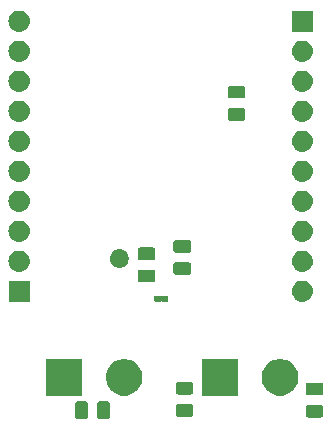
<source format=gbr>
G04 #@! TF.GenerationSoftware,KiCad,Pcbnew,5.1.1-8be2ce7~80~ubuntu18.10.1*
G04 #@! TF.CreationDate,2019-05-27T00:45:37+08:00*
G04 #@! TF.ProjectId,tas2562_dev_pcb,74617332-3536-4325-9f64-65765f706362,rev?*
G04 #@! TF.SameCoordinates,Original*
G04 #@! TF.FileFunction,Soldermask,Bot*
G04 #@! TF.FilePolarity,Negative*
%FSLAX46Y46*%
G04 Gerber Fmt 4.6, Leading zero omitted, Abs format (unit mm)*
G04 Created by KiCad (PCBNEW 5.1.1-8be2ce7~80~ubuntu18.10.1) date 2019-05-27 00:45:37*
%MOMM*%
%LPD*%
G04 APERTURE LIST*
%ADD10C,0.100000*%
G04 APERTURE END LIST*
D10*
G36*
X156499432Y-112453688D02*
G01*
X156540469Y-112466136D01*
X156578288Y-112486351D01*
X156611441Y-112513559D01*
X156638649Y-112546712D01*
X156658864Y-112584531D01*
X156671312Y-112625568D01*
X156676000Y-112673167D01*
X156676000Y-113726833D01*
X156671312Y-113774432D01*
X156658864Y-113815469D01*
X156638649Y-113853288D01*
X156611441Y-113886441D01*
X156578288Y-113913649D01*
X156540469Y-113933864D01*
X156499432Y-113946312D01*
X156451833Y-113951000D01*
X155823167Y-113951000D01*
X155775568Y-113946312D01*
X155734531Y-113933864D01*
X155696712Y-113913649D01*
X155663559Y-113886441D01*
X155636351Y-113853288D01*
X155616136Y-113815469D01*
X155603688Y-113774432D01*
X155599000Y-113726833D01*
X155599000Y-112673167D01*
X155603688Y-112625568D01*
X155616136Y-112584531D01*
X155636351Y-112546712D01*
X155663559Y-112513559D01*
X155696712Y-112486351D01*
X155734531Y-112466136D01*
X155775568Y-112453688D01*
X155823167Y-112449000D01*
X156451833Y-112449000D01*
X156499432Y-112453688D01*
X156499432Y-112453688D01*
G37*
G36*
X154624432Y-112453688D02*
G01*
X154665469Y-112466136D01*
X154703288Y-112486351D01*
X154736441Y-112513559D01*
X154763649Y-112546712D01*
X154783864Y-112584531D01*
X154796312Y-112625568D01*
X154801000Y-112673167D01*
X154801000Y-113726833D01*
X154796312Y-113774432D01*
X154783864Y-113815469D01*
X154763649Y-113853288D01*
X154736441Y-113886441D01*
X154703288Y-113913649D01*
X154665469Y-113933864D01*
X154624432Y-113946312D01*
X154576833Y-113951000D01*
X153948167Y-113951000D01*
X153900568Y-113946312D01*
X153859531Y-113933864D01*
X153821712Y-113913649D01*
X153788559Y-113886441D01*
X153761351Y-113853288D01*
X153741136Y-113815469D01*
X153728688Y-113774432D01*
X153724000Y-113726833D01*
X153724000Y-112673167D01*
X153728688Y-112625568D01*
X153741136Y-112584531D01*
X153761351Y-112546712D01*
X153788559Y-112513559D01*
X153821712Y-112486351D01*
X153859531Y-112466136D01*
X153900568Y-112453688D01*
X153948167Y-112449000D01*
X154576833Y-112449000D01*
X154624432Y-112453688D01*
X154624432Y-112453688D01*
G37*
G36*
X174574432Y-112741188D02*
G01*
X174615469Y-112753636D01*
X174653288Y-112773851D01*
X174686441Y-112801059D01*
X174713649Y-112834212D01*
X174733864Y-112872031D01*
X174746312Y-112913068D01*
X174751000Y-112960667D01*
X174751000Y-113589333D01*
X174746312Y-113636932D01*
X174733864Y-113677969D01*
X174713649Y-113715788D01*
X174686441Y-113748941D01*
X174653288Y-113776149D01*
X174615469Y-113796364D01*
X174574432Y-113808812D01*
X174526833Y-113813500D01*
X173473167Y-113813500D01*
X173425568Y-113808812D01*
X173384531Y-113796364D01*
X173346712Y-113776149D01*
X173313559Y-113748941D01*
X173286351Y-113715788D01*
X173266136Y-113677969D01*
X173253688Y-113636932D01*
X173249000Y-113589333D01*
X173249000Y-112960667D01*
X173253688Y-112913068D01*
X173266136Y-112872031D01*
X173286351Y-112834212D01*
X173313559Y-112801059D01*
X173346712Y-112773851D01*
X173384531Y-112753636D01*
X173425568Y-112741188D01*
X173473167Y-112736500D01*
X174526833Y-112736500D01*
X174574432Y-112741188D01*
X174574432Y-112741188D01*
G37*
G36*
X163574432Y-112666188D02*
G01*
X163615469Y-112678636D01*
X163653288Y-112698851D01*
X163686441Y-112726059D01*
X163713649Y-112759212D01*
X163733864Y-112797031D01*
X163746312Y-112838068D01*
X163751000Y-112885667D01*
X163751000Y-113514333D01*
X163746312Y-113561932D01*
X163733864Y-113602969D01*
X163713649Y-113640788D01*
X163686441Y-113673941D01*
X163653288Y-113701149D01*
X163615469Y-113721364D01*
X163574432Y-113733812D01*
X163526833Y-113738500D01*
X162473167Y-113738500D01*
X162425568Y-113733812D01*
X162384531Y-113721364D01*
X162346712Y-113701149D01*
X162313559Y-113673941D01*
X162286351Y-113640788D01*
X162266136Y-113602969D01*
X162253688Y-113561932D01*
X162249000Y-113514333D01*
X162249000Y-112885667D01*
X162253688Y-112838068D01*
X162266136Y-112797031D01*
X162286351Y-112759212D01*
X162313559Y-112726059D01*
X162346712Y-112698851D01*
X162384531Y-112678636D01*
X162425568Y-112666188D01*
X162473167Y-112661500D01*
X163526833Y-112661500D01*
X163574432Y-112666188D01*
X163574432Y-112666188D01*
G37*
G36*
X154351000Y-111951000D02*
G01*
X151249000Y-111951000D01*
X151249000Y-108849000D01*
X154351000Y-108849000D01*
X154351000Y-111951000D01*
X154351000Y-111951000D01*
G37*
G36*
X158332410Y-108908604D02*
G01*
X158332412Y-108908605D01*
X158332413Y-108908605D01*
X158436678Y-108951793D01*
X158614674Y-109025521D01*
X158868705Y-109195259D01*
X159084741Y-109411295D01*
X159254479Y-109665326D01*
X159371396Y-109947590D01*
X159431000Y-110247240D01*
X159431000Y-110552760D01*
X159371396Y-110852410D01*
X159254479Y-111134674D01*
X159084741Y-111388705D01*
X158868705Y-111604741D01*
X158614674Y-111774479D01*
X158489931Y-111826149D01*
X158332413Y-111891395D01*
X158332412Y-111891395D01*
X158332410Y-111891396D01*
X158032760Y-111951000D01*
X157727240Y-111951000D01*
X157427590Y-111891396D01*
X157427588Y-111891395D01*
X157427587Y-111891395D01*
X157270069Y-111826149D01*
X157145326Y-111774479D01*
X156891295Y-111604741D01*
X156675259Y-111388705D01*
X156505521Y-111134674D01*
X156388604Y-110852410D01*
X156329000Y-110552760D01*
X156329000Y-110247240D01*
X156388604Y-109947590D01*
X156505521Y-109665326D01*
X156675259Y-109411295D01*
X156891295Y-109195259D01*
X157145326Y-109025521D01*
X157323322Y-108951793D01*
X157427587Y-108908605D01*
X157427588Y-108908605D01*
X157427590Y-108908604D01*
X157727240Y-108849000D01*
X158032760Y-108849000D01*
X158332410Y-108908604D01*
X158332410Y-108908604D01*
G37*
G36*
X167551000Y-111951000D02*
G01*
X164449000Y-111951000D01*
X164449000Y-108849000D01*
X167551000Y-108849000D01*
X167551000Y-111951000D01*
X167551000Y-111951000D01*
G37*
G36*
X171532410Y-108908604D02*
G01*
X171532412Y-108908605D01*
X171532413Y-108908605D01*
X171636678Y-108951793D01*
X171814674Y-109025521D01*
X172068705Y-109195259D01*
X172284741Y-109411295D01*
X172454479Y-109665326D01*
X172571396Y-109947590D01*
X172631000Y-110247240D01*
X172631000Y-110552760D01*
X172571396Y-110852410D01*
X172454479Y-111134674D01*
X172284741Y-111388705D01*
X172068705Y-111604741D01*
X171814674Y-111774479D01*
X171689931Y-111826149D01*
X171532413Y-111891395D01*
X171532412Y-111891395D01*
X171532410Y-111891396D01*
X171232760Y-111951000D01*
X170927240Y-111951000D01*
X170627590Y-111891396D01*
X170627588Y-111891395D01*
X170627587Y-111891395D01*
X170470069Y-111826149D01*
X170345326Y-111774479D01*
X170091295Y-111604741D01*
X169875259Y-111388705D01*
X169705521Y-111134674D01*
X169588604Y-110852410D01*
X169529000Y-110552760D01*
X169529000Y-110247240D01*
X169588604Y-109947590D01*
X169705521Y-109665326D01*
X169875259Y-109411295D01*
X170091295Y-109195259D01*
X170345326Y-109025521D01*
X170523322Y-108951793D01*
X170627587Y-108908605D01*
X170627588Y-108908605D01*
X170627590Y-108908604D01*
X170927240Y-108849000D01*
X171232760Y-108849000D01*
X171532410Y-108908604D01*
X171532410Y-108908604D01*
G37*
G36*
X174574432Y-110866188D02*
G01*
X174615469Y-110878636D01*
X174653288Y-110898851D01*
X174686441Y-110926059D01*
X174713649Y-110959212D01*
X174733864Y-110997031D01*
X174746312Y-111038068D01*
X174751000Y-111085667D01*
X174751000Y-111714333D01*
X174746312Y-111761932D01*
X174733864Y-111802969D01*
X174713649Y-111840788D01*
X174686441Y-111873941D01*
X174653288Y-111901149D01*
X174615469Y-111921364D01*
X174574432Y-111933812D01*
X174526833Y-111938500D01*
X173473167Y-111938500D01*
X173425568Y-111933812D01*
X173384531Y-111921364D01*
X173346712Y-111901149D01*
X173313559Y-111873941D01*
X173286351Y-111840788D01*
X173266136Y-111802969D01*
X173253688Y-111761932D01*
X173249000Y-111714333D01*
X173249000Y-111085667D01*
X173253688Y-111038068D01*
X173266136Y-110997031D01*
X173286351Y-110959212D01*
X173313559Y-110926059D01*
X173346712Y-110898851D01*
X173384531Y-110878636D01*
X173425568Y-110866188D01*
X173473167Y-110861500D01*
X174526833Y-110861500D01*
X174574432Y-110866188D01*
X174574432Y-110866188D01*
G37*
G36*
X163574432Y-110791188D02*
G01*
X163615469Y-110803636D01*
X163653288Y-110823851D01*
X163686441Y-110851059D01*
X163713649Y-110884212D01*
X163733864Y-110922031D01*
X163746312Y-110963068D01*
X163751000Y-111010667D01*
X163751000Y-111639333D01*
X163746312Y-111686932D01*
X163733864Y-111727969D01*
X163713649Y-111765788D01*
X163686441Y-111798941D01*
X163653288Y-111826149D01*
X163615469Y-111846364D01*
X163574432Y-111858812D01*
X163526833Y-111863500D01*
X162473167Y-111863500D01*
X162425568Y-111858812D01*
X162384531Y-111846364D01*
X162346712Y-111826149D01*
X162313559Y-111798941D01*
X162286351Y-111765788D01*
X162266136Y-111727969D01*
X162253688Y-111686932D01*
X162249000Y-111639333D01*
X162249000Y-111010667D01*
X162253688Y-110963068D01*
X162266136Y-110922031D01*
X162286351Y-110884212D01*
X162313559Y-110851059D01*
X162346712Y-110823851D01*
X162384531Y-110803636D01*
X162425568Y-110791188D01*
X162473167Y-110786500D01*
X163526833Y-110786500D01*
X163574432Y-110791188D01*
X163574432Y-110791188D01*
G37*
G36*
X149897400Y-104025000D02*
G01*
X148095400Y-104025000D01*
X148095400Y-102223000D01*
X149897400Y-102223000D01*
X149897400Y-104025000D01*
X149897400Y-104025000D01*
G37*
G36*
X173117535Y-102232778D02*
G01*
X173150627Y-102236037D01*
X173263853Y-102270384D01*
X173320467Y-102287557D01*
X173476990Y-102371220D01*
X173614186Y-102483814D01*
X173726780Y-102621010D01*
X173810443Y-102777533D01*
X173810443Y-102777534D01*
X173861963Y-102947373D01*
X173861963Y-102947375D01*
X173879360Y-103124000D01*
X173864826Y-103271559D01*
X173861963Y-103300627D01*
X173827616Y-103413853D01*
X173810443Y-103470467D01*
X173726780Y-103626990D01*
X173614186Y-103764186D01*
X173476990Y-103876780D01*
X173320467Y-103960443D01*
X173268598Y-103976177D01*
X173150627Y-104011963D01*
X173117535Y-104015222D01*
X173018264Y-104025000D01*
X172929736Y-104025000D01*
X172830465Y-104015222D01*
X172797373Y-104011963D01*
X172679402Y-103976177D01*
X172627533Y-103960443D01*
X172471010Y-103876780D01*
X172333814Y-103764186D01*
X172221220Y-103626990D01*
X172137557Y-103470467D01*
X172120384Y-103413853D01*
X172086037Y-103300627D01*
X172083174Y-103271559D01*
X172068640Y-103124000D01*
X172086037Y-102947375D01*
X172086037Y-102947373D01*
X172137557Y-102777534D01*
X172137557Y-102777533D01*
X172221220Y-102621010D01*
X172333814Y-102483814D01*
X172471010Y-102371220D01*
X172627533Y-102287557D01*
X172684147Y-102270384D01*
X172797373Y-102236037D01*
X172830465Y-102232778D01*
X172929736Y-102223000D01*
X173018264Y-102223000D01*
X173117535Y-102232778D01*
X173117535Y-102232778D01*
G37*
G36*
X160936138Y-103509926D02*
G01*
X160950206Y-103514193D01*
X160963180Y-103521128D01*
X160972564Y-103528829D01*
X160988864Y-103539720D01*
X161006975Y-103547221D01*
X161026202Y-103551045D01*
X161045805Y-103551044D01*
X161065031Y-103547219D01*
X161083142Y-103539717D01*
X161099436Y-103528829D01*
X161108820Y-103521128D01*
X161121794Y-103514193D01*
X161135862Y-103509926D01*
X161155417Y-103508000D01*
X161556583Y-103508000D01*
X161576138Y-103509926D01*
X161590206Y-103514193D01*
X161603177Y-103521127D01*
X161614545Y-103530455D01*
X161623873Y-103541823D01*
X161630807Y-103554794D01*
X161635074Y-103568862D01*
X161637000Y-103588417D01*
X161637000Y-103929583D01*
X161635074Y-103949138D01*
X161630807Y-103963206D01*
X161623873Y-103976177D01*
X161614545Y-103987545D01*
X161603177Y-103996873D01*
X161590206Y-104003807D01*
X161576138Y-104008074D01*
X161556583Y-104010000D01*
X161155417Y-104010000D01*
X161135862Y-104008074D01*
X161121794Y-104003807D01*
X161108820Y-103996872D01*
X161099436Y-103989171D01*
X161083136Y-103978280D01*
X161065025Y-103970779D01*
X161045798Y-103966955D01*
X161026195Y-103966956D01*
X161006969Y-103970781D01*
X160988858Y-103978283D01*
X160972564Y-103989171D01*
X160963180Y-103996872D01*
X160950206Y-104003807D01*
X160936138Y-104008074D01*
X160916583Y-104010000D01*
X160515417Y-104010000D01*
X160495862Y-104008074D01*
X160481794Y-104003807D01*
X160468823Y-103996873D01*
X160457455Y-103987545D01*
X160448127Y-103976177D01*
X160441193Y-103963206D01*
X160436926Y-103949138D01*
X160435000Y-103929583D01*
X160435000Y-103588417D01*
X160436926Y-103568862D01*
X160441193Y-103554794D01*
X160448127Y-103541823D01*
X160457455Y-103530455D01*
X160468823Y-103521127D01*
X160481794Y-103514193D01*
X160495862Y-103509926D01*
X160515417Y-103508000D01*
X160916583Y-103508000D01*
X160936138Y-103509926D01*
X160936138Y-103509926D01*
G37*
G36*
X160340432Y-101290188D02*
G01*
X160381469Y-101302636D01*
X160419288Y-101322851D01*
X160452441Y-101350059D01*
X160479649Y-101383212D01*
X160499864Y-101421031D01*
X160512312Y-101462068D01*
X160517000Y-101509667D01*
X160517000Y-102138333D01*
X160512312Y-102185932D01*
X160499864Y-102226969D01*
X160479649Y-102264788D01*
X160452441Y-102297941D01*
X160419288Y-102325149D01*
X160381469Y-102345364D01*
X160340432Y-102357812D01*
X160292833Y-102362500D01*
X159239167Y-102362500D01*
X159191568Y-102357812D01*
X159150531Y-102345364D01*
X159112712Y-102325149D01*
X159079559Y-102297941D01*
X159052351Y-102264788D01*
X159032136Y-102226969D01*
X159019688Y-102185932D01*
X159015000Y-102138333D01*
X159015000Y-101509667D01*
X159019688Y-101462068D01*
X159032136Y-101421031D01*
X159052351Y-101383212D01*
X159079559Y-101350059D01*
X159112712Y-101322851D01*
X159150531Y-101302636D01*
X159191568Y-101290188D01*
X159239167Y-101285500D01*
X160292833Y-101285500D01*
X160340432Y-101290188D01*
X160340432Y-101290188D01*
G37*
G36*
X163374432Y-100666188D02*
G01*
X163415469Y-100678636D01*
X163453288Y-100698851D01*
X163486441Y-100726059D01*
X163513649Y-100759212D01*
X163533864Y-100797031D01*
X163546312Y-100838068D01*
X163551000Y-100885667D01*
X163551000Y-101514333D01*
X163546312Y-101561932D01*
X163533864Y-101602969D01*
X163513649Y-101640788D01*
X163486441Y-101673941D01*
X163453288Y-101701149D01*
X163415469Y-101721364D01*
X163374432Y-101733812D01*
X163326833Y-101738500D01*
X162273167Y-101738500D01*
X162225568Y-101733812D01*
X162184531Y-101721364D01*
X162146712Y-101701149D01*
X162113559Y-101673941D01*
X162086351Y-101640788D01*
X162066136Y-101602969D01*
X162053688Y-101561932D01*
X162049000Y-101514333D01*
X162049000Y-100885667D01*
X162053688Y-100838068D01*
X162066136Y-100797031D01*
X162086351Y-100759212D01*
X162113559Y-100726059D01*
X162146712Y-100698851D01*
X162184531Y-100678636D01*
X162225568Y-100666188D01*
X162273167Y-100661500D01*
X163326833Y-100661500D01*
X163374432Y-100666188D01*
X163374432Y-100666188D01*
G37*
G36*
X173117535Y-99692778D02*
G01*
X173150627Y-99696037D01*
X173255893Y-99727969D01*
X173320467Y-99747557D01*
X173476990Y-99831220D01*
X173614186Y-99943814D01*
X173726780Y-100081010D01*
X173810443Y-100237533D01*
X173827616Y-100294147D01*
X173861963Y-100407373D01*
X173863496Y-100422941D01*
X173879360Y-100584000D01*
X173867257Y-100706877D01*
X173861963Y-100760627D01*
X173837701Y-100840607D01*
X173810443Y-100930467D01*
X173726780Y-101086990D01*
X173614186Y-101224186D01*
X173476990Y-101336780D01*
X173320467Y-101420443D01*
X173263853Y-101437616D01*
X173150627Y-101471963D01*
X173117535Y-101475222D01*
X173018264Y-101485000D01*
X172929736Y-101485000D01*
X172830465Y-101475222D01*
X172797373Y-101471963D01*
X172684147Y-101437616D01*
X172627533Y-101420443D01*
X172471010Y-101336780D01*
X172333814Y-101224186D01*
X172221220Y-101086990D01*
X172137557Y-100930467D01*
X172110299Y-100840607D01*
X172086037Y-100760627D01*
X172080743Y-100706877D01*
X172068640Y-100584000D01*
X172084504Y-100422941D01*
X172086037Y-100407373D01*
X172120384Y-100294147D01*
X172137557Y-100237533D01*
X172221220Y-100081010D01*
X172333814Y-99943814D01*
X172471010Y-99831220D01*
X172627533Y-99747557D01*
X172692107Y-99727969D01*
X172797373Y-99696037D01*
X172830465Y-99692778D01*
X172929736Y-99683000D01*
X173018264Y-99683000D01*
X173117535Y-99692778D01*
X173117535Y-99692778D01*
G37*
G36*
X149139935Y-99692778D02*
G01*
X149173027Y-99696037D01*
X149278293Y-99727969D01*
X149342867Y-99747557D01*
X149499390Y-99831220D01*
X149636586Y-99943814D01*
X149749180Y-100081010D01*
X149832843Y-100237533D01*
X149850016Y-100294147D01*
X149884363Y-100407373D01*
X149885896Y-100422941D01*
X149901760Y-100584000D01*
X149889657Y-100706877D01*
X149884363Y-100760627D01*
X149860101Y-100840607D01*
X149832843Y-100930467D01*
X149749180Y-101086990D01*
X149636586Y-101224186D01*
X149499390Y-101336780D01*
X149342867Y-101420443D01*
X149286253Y-101437616D01*
X149173027Y-101471963D01*
X149139935Y-101475222D01*
X149040664Y-101485000D01*
X148952136Y-101485000D01*
X148852865Y-101475222D01*
X148819773Y-101471963D01*
X148706547Y-101437616D01*
X148649933Y-101420443D01*
X148493410Y-101336780D01*
X148356214Y-101224186D01*
X148243620Y-101086990D01*
X148159957Y-100930467D01*
X148132699Y-100840607D01*
X148108437Y-100760627D01*
X148103143Y-100706877D01*
X148091040Y-100584000D01*
X148106904Y-100422941D01*
X148108437Y-100407373D01*
X148142784Y-100294147D01*
X148159957Y-100237533D01*
X148243620Y-100081010D01*
X148356214Y-99943814D01*
X148493410Y-99831220D01*
X148649933Y-99747557D01*
X148714507Y-99727969D01*
X148819773Y-99696037D01*
X148852865Y-99692778D01*
X148952136Y-99683000D01*
X149040664Y-99683000D01*
X149139935Y-99692778D01*
X149139935Y-99692778D01*
G37*
G36*
X157610476Y-99539261D02*
G01*
X157713645Y-99559782D01*
X157796856Y-99594250D01*
X157859416Y-99620163D01*
X157881123Y-99634667D01*
X157990607Y-99707821D01*
X158102179Y-99819393D01*
X158131650Y-99863500D01*
X158189837Y-99950584D01*
X158214847Y-100010964D01*
X158250218Y-100096355D01*
X158281000Y-100251109D01*
X158281000Y-100408891D01*
X158250218Y-100563645D01*
X158214847Y-100649036D01*
X158189837Y-100709416D01*
X158102178Y-100840608D01*
X157990608Y-100952178D01*
X157859416Y-101039837D01*
X157799036Y-101064847D01*
X157713645Y-101100218D01*
X157610476Y-101120739D01*
X157558892Y-101131000D01*
X157401108Y-101131000D01*
X157349524Y-101120739D01*
X157246355Y-101100218D01*
X157160964Y-101064847D01*
X157100584Y-101039837D01*
X156969392Y-100952178D01*
X156857822Y-100840608D01*
X156770163Y-100709416D01*
X156745153Y-100649036D01*
X156709782Y-100563645D01*
X156679000Y-100408891D01*
X156679000Y-100251109D01*
X156709782Y-100096355D01*
X156745153Y-100010964D01*
X156770163Y-99950584D01*
X156828350Y-99863500D01*
X156857821Y-99819393D01*
X156969393Y-99707821D01*
X157078877Y-99634667D01*
X157100584Y-99620163D01*
X157163144Y-99594250D01*
X157246355Y-99559782D01*
X157349524Y-99539261D01*
X157401108Y-99529000D01*
X157558892Y-99529000D01*
X157610476Y-99539261D01*
X157610476Y-99539261D01*
G37*
G36*
X160340432Y-99415188D02*
G01*
X160381469Y-99427636D01*
X160419288Y-99447851D01*
X160452441Y-99475059D01*
X160479649Y-99508212D01*
X160499864Y-99546031D01*
X160512312Y-99587068D01*
X160517000Y-99634667D01*
X160517000Y-100263333D01*
X160512312Y-100310932D01*
X160499864Y-100351969D01*
X160479649Y-100389788D01*
X160452441Y-100422941D01*
X160419288Y-100450149D01*
X160381469Y-100470364D01*
X160340432Y-100482812D01*
X160292833Y-100487500D01*
X159239167Y-100487500D01*
X159191568Y-100482812D01*
X159150531Y-100470364D01*
X159112712Y-100450149D01*
X159079559Y-100422941D01*
X159052351Y-100389788D01*
X159032136Y-100351969D01*
X159019688Y-100310932D01*
X159015000Y-100263333D01*
X159015000Y-99634667D01*
X159019688Y-99587068D01*
X159032136Y-99546031D01*
X159052351Y-99508212D01*
X159079559Y-99475059D01*
X159112712Y-99447851D01*
X159150531Y-99427636D01*
X159191568Y-99415188D01*
X159239167Y-99410500D01*
X160292833Y-99410500D01*
X160340432Y-99415188D01*
X160340432Y-99415188D01*
G37*
G36*
X163374432Y-98791188D02*
G01*
X163415469Y-98803636D01*
X163453288Y-98823851D01*
X163486441Y-98851059D01*
X163513649Y-98884212D01*
X163533864Y-98922031D01*
X163546312Y-98963068D01*
X163551000Y-99010667D01*
X163551000Y-99639333D01*
X163546312Y-99686932D01*
X163533864Y-99727969D01*
X163513649Y-99765788D01*
X163486441Y-99798941D01*
X163453288Y-99826149D01*
X163415469Y-99846364D01*
X163374432Y-99858812D01*
X163326833Y-99863500D01*
X162273167Y-99863500D01*
X162225568Y-99858812D01*
X162184531Y-99846364D01*
X162146712Y-99826149D01*
X162113559Y-99798941D01*
X162086351Y-99765788D01*
X162066136Y-99727969D01*
X162053688Y-99686932D01*
X162049000Y-99639333D01*
X162049000Y-99010667D01*
X162053688Y-98963068D01*
X162066136Y-98922031D01*
X162086351Y-98884212D01*
X162113559Y-98851059D01*
X162146712Y-98823851D01*
X162184531Y-98803636D01*
X162225568Y-98791188D01*
X162273167Y-98786500D01*
X163326833Y-98786500D01*
X163374432Y-98791188D01*
X163374432Y-98791188D01*
G37*
G36*
X173117535Y-97152778D02*
G01*
X173150627Y-97156037D01*
X173263853Y-97190384D01*
X173320467Y-97207557D01*
X173476990Y-97291220D01*
X173614186Y-97403814D01*
X173726780Y-97541010D01*
X173810443Y-97697533D01*
X173810443Y-97697534D01*
X173861963Y-97867373D01*
X173861963Y-97867375D01*
X173879360Y-98044000D01*
X173864826Y-98191559D01*
X173861963Y-98220627D01*
X173827616Y-98333853D01*
X173810443Y-98390467D01*
X173726780Y-98546990D01*
X173614186Y-98684186D01*
X173476990Y-98796780D01*
X173320467Y-98880443D01*
X173263853Y-98897616D01*
X173150627Y-98931963D01*
X173117535Y-98935222D01*
X173018264Y-98945000D01*
X172929736Y-98945000D01*
X172830465Y-98935222D01*
X172797373Y-98931963D01*
X172684147Y-98897616D01*
X172627533Y-98880443D01*
X172471010Y-98796780D01*
X172333814Y-98684186D01*
X172221220Y-98546990D01*
X172137557Y-98390467D01*
X172120384Y-98333853D01*
X172086037Y-98220627D01*
X172083174Y-98191559D01*
X172068640Y-98044000D01*
X172086037Y-97867375D01*
X172086037Y-97867373D01*
X172137557Y-97697534D01*
X172137557Y-97697533D01*
X172221220Y-97541010D01*
X172333814Y-97403814D01*
X172471010Y-97291220D01*
X172627533Y-97207557D01*
X172684147Y-97190384D01*
X172797373Y-97156037D01*
X172830465Y-97152778D01*
X172929736Y-97143000D01*
X173018264Y-97143000D01*
X173117535Y-97152778D01*
X173117535Y-97152778D01*
G37*
G36*
X149139935Y-97152778D02*
G01*
X149173027Y-97156037D01*
X149286253Y-97190384D01*
X149342867Y-97207557D01*
X149499390Y-97291220D01*
X149636586Y-97403814D01*
X149749180Y-97541010D01*
X149832843Y-97697533D01*
X149832843Y-97697534D01*
X149884363Y-97867373D01*
X149884363Y-97867375D01*
X149901760Y-98044000D01*
X149887226Y-98191559D01*
X149884363Y-98220627D01*
X149850016Y-98333853D01*
X149832843Y-98390467D01*
X149749180Y-98546990D01*
X149636586Y-98684186D01*
X149499390Y-98796780D01*
X149342867Y-98880443D01*
X149286253Y-98897616D01*
X149173027Y-98931963D01*
X149139935Y-98935222D01*
X149040664Y-98945000D01*
X148952136Y-98945000D01*
X148852865Y-98935222D01*
X148819773Y-98931963D01*
X148706547Y-98897616D01*
X148649933Y-98880443D01*
X148493410Y-98796780D01*
X148356214Y-98684186D01*
X148243620Y-98546990D01*
X148159957Y-98390467D01*
X148142784Y-98333853D01*
X148108437Y-98220627D01*
X148105574Y-98191559D01*
X148091040Y-98044000D01*
X148108437Y-97867375D01*
X148108437Y-97867373D01*
X148159957Y-97697534D01*
X148159957Y-97697533D01*
X148243620Y-97541010D01*
X148356214Y-97403814D01*
X148493410Y-97291220D01*
X148649933Y-97207557D01*
X148706547Y-97190384D01*
X148819773Y-97156037D01*
X148852865Y-97152778D01*
X148952136Y-97143000D01*
X149040664Y-97143000D01*
X149139935Y-97152778D01*
X149139935Y-97152778D01*
G37*
G36*
X149139935Y-94612778D02*
G01*
X149173027Y-94616037D01*
X149286253Y-94650384D01*
X149342867Y-94667557D01*
X149499390Y-94751220D01*
X149636586Y-94863814D01*
X149749180Y-95001010D01*
X149832843Y-95157533D01*
X149832843Y-95157534D01*
X149884363Y-95327373D01*
X149884363Y-95327375D01*
X149901760Y-95504000D01*
X149887226Y-95651559D01*
X149884363Y-95680627D01*
X149850016Y-95793853D01*
X149832843Y-95850467D01*
X149749180Y-96006990D01*
X149636586Y-96144186D01*
X149499390Y-96256780D01*
X149342867Y-96340443D01*
X149286253Y-96357616D01*
X149173027Y-96391963D01*
X149139935Y-96395222D01*
X149040664Y-96405000D01*
X148952136Y-96405000D01*
X148852865Y-96395222D01*
X148819773Y-96391963D01*
X148706547Y-96357616D01*
X148649933Y-96340443D01*
X148493410Y-96256780D01*
X148356214Y-96144186D01*
X148243620Y-96006990D01*
X148159957Y-95850467D01*
X148142784Y-95793853D01*
X148108437Y-95680627D01*
X148105574Y-95651559D01*
X148091040Y-95504000D01*
X148108437Y-95327375D01*
X148108437Y-95327373D01*
X148159957Y-95157534D01*
X148159957Y-95157533D01*
X148243620Y-95001010D01*
X148356214Y-94863814D01*
X148493410Y-94751220D01*
X148649933Y-94667557D01*
X148706547Y-94650384D01*
X148819773Y-94616037D01*
X148852865Y-94612778D01*
X148952136Y-94603000D01*
X149040664Y-94603000D01*
X149139935Y-94612778D01*
X149139935Y-94612778D01*
G37*
G36*
X173117535Y-94612778D02*
G01*
X173150627Y-94616037D01*
X173263853Y-94650384D01*
X173320467Y-94667557D01*
X173476990Y-94751220D01*
X173614186Y-94863814D01*
X173726780Y-95001010D01*
X173810443Y-95157533D01*
X173810443Y-95157534D01*
X173861963Y-95327373D01*
X173861963Y-95327375D01*
X173879360Y-95504000D01*
X173864826Y-95651559D01*
X173861963Y-95680627D01*
X173827616Y-95793853D01*
X173810443Y-95850467D01*
X173726780Y-96006990D01*
X173614186Y-96144186D01*
X173476990Y-96256780D01*
X173320467Y-96340443D01*
X173263853Y-96357616D01*
X173150627Y-96391963D01*
X173117535Y-96395222D01*
X173018264Y-96405000D01*
X172929736Y-96405000D01*
X172830465Y-96395222D01*
X172797373Y-96391963D01*
X172684147Y-96357616D01*
X172627533Y-96340443D01*
X172471010Y-96256780D01*
X172333814Y-96144186D01*
X172221220Y-96006990D01*
X172137557Y-95850467D01*
X172120384Y-95793853D01*
X172086037Y-95680627D01*
X172083174Y-95651559D01*
X172068640Y-95504000D01*
X172086037Y-95327375D01*
X172086037Y-95327373D01*
X172137557Y-95157534D01*
X172137557Y-95157533D01*
X172221220Y-95001010D01*
X172333814Y-94863814D01*
X172471010Y-94751220D01*
X172627533Y-94667557D01*
X172684147Y-94650384D01*
X172797373Y-94616037D01*
X172830465Y-94612778D01*
X172929736Y-94603000D01*
X173018264Y-94603000D01*
X173117535Y-94612778D01*
X173117535Y-94612778D01*
G37*
G36*
X149139935Y-92072778D02*
G01*
X149173027Y-92076037D01*
X149286253Y-92110384D01*
X149342867Y-92127557D01*
X149499390Y-92211220D01*
X149636586Y-92323814D01*
X149749180Y-92461010D01*
X149832843Y-92617533D01*
X149832843Y-92617534D01*
X149884363Y-92787373D01*
X149884363Y-92787375D01*
X149901760Y-92964000D01*
X149887226Y-93111559D01*
X149884363Y-93140627D01*
X149850016Y-93253853D01*
X149832843Y-93310467D01*
X149749180Y-93466990D01*
X149636586Y-93604186D01*
X149499390Y-93716780D01*
X149342867Y-93800443D01*
X149286253Y-93817616D01*
X149173027Y-93851963D01*
X149139935Y-93855222D01*
X149040664Y-93865000D01*
X148952136Y-93865000D01*
X148852865Y-93855222D01*
X148819773Y-93851963D01*
X148706547Y-93817616D01*
X148649933Y-93800443D01*
X148493410Y-93716780D01*
X148356214Y-93604186D01*
X148243620Y-93466990D01*
X148159957Y-93310467D01*
X148142784Y-93253853D01*
X148108437Y-93140627D01*
X148105574Y-93111559D01*
X148091040Y-92964000D01*
X148108437Y-92787375D01*
X148108437Y-92787373D01*
X148159957Y-92617534D01*
X148159957Y-92617533D01*
X148243620Y-92461010D01*
X148356214Y-92323814D01*
X148493410Y-92211220D01*
X148649933Y-92127557D01*
X148706547Y-92110384D01*
X148819773Y-92076037D01*
X148852865Y-92072778D01*
X148952136Y-92063000D01*
X149040664Y-92063000D01*
X149139935Y-92072778D01*
X149139935Y-92072778D01*
G37*
G36*
X173117535Y-92072778D02*
G01*
X173150627Y-92076037D01*
X173263853Y-92110384D01*
X173320467Y-92127557D01*
X173476990Y-92211220D01*
X173614186Y-92323814D01*
X173726780Y-92461010D01*
X173810443Y-92617533D01*
X173810443Y-92617534D01*
X173861963Y-92787373D01*
X173861963Y-92787375D01*
X173879360Y-92964000D01*
X173864826Y-93111559D01*
X173861963Y-93140627D01*
X173827616Y-93253853D01*
X173810443Y-93310467D01*
X173726780Y-93466990D01*
X173614186Y-93604186D01*
X173476990Y-93716780D01*
X173320467Y-93800443D01*
X173263853Y-93817616D01*
X173150627Y-93851963D01*
X173117535Y-93855222D01*
X173018264Y-93865000D01*
X172929736Y-93865000D01*
X172830465Y-93855222D01*
X172797373Y-93851963D01*
X172684147Y-93817616D01*
X172627533Y-93800443D01*
X172471010Y-93716780D01*
X172333814Y-93604186D01*
X172221220Y-93466990D01*
X172137557Y-93310467D01*
X172120384Y-93253853D01*
X172086037Y-93140627D01*
X172083174Y-93111559D01*
X172068640Y-92964000D01*
X172086037Y-92787375D01*
X172086037Y-92787373D01*
X172137557Y-92617534D01*
X172137557Y-92617533D01*
X172221220Y-92461010D01*
X172333814Y-92323814D01*
X172471010Y-92211220D01*
X172627533Y-92127557D01*
X172684147Y-92110384D01*
X172797373Y-92076037D01*
X172830465Y-92072778D01*
X172929736Y-92063000D01*
X173018264Y-92063000D01*
X173117535Y-92072778D01*
X173117535Y-92072778D01*
G37*
G36*
X173117535Y-89532778D02*
G01*
X173150627Y-89536037D01*
X173263853Y-89570384D01*
X173320467Y-89587557D01*
X173476990Y-89671220D01*
X173614186Y-89783814D01*
X173726780Y-89921010D01*
X173810443Y-90077533D01*
X173810443Y-90077534D01*
X173861963Y-90247373D01*
X173861963Y-90247375D01*
X173879360Y-90424000D01*
X173864826Y-90571559D01*
X173861963Y-90600627D01*
X173827616Y-90713853D01*
X173810443Y-90770467D01*
X173726780Y-90926990D01*
X173614186Y-91064186D01*
X173476990Y-91176780D01*
X173320467Y-91260443D01*
X173263853Y-91277616D01*
X173150627Y-91311963D01*
X173117535Y-91315222D01*
X173018264Y-91325000D01*
X172929736Y-91325000D01*
X172830465Y-91315222D01*
X172797373Y-91311963D01*
X172684147Y-91277616D01*
X172627533Y-91260443D01*
X172471010Y-91176780D01*
X172333814Y-91064186D01*
X172221220Y-90926990D01*
X172137557Y-90770467D01*
X172120384Y-90713853D01*
X172086037Y-90600627D01*
X172083174Y-90571559D01*
X172068640Y-90424000D01*
X172086037Y-90247375D01*
X172086037Y-90247373D01*
X172137557Y-90077534D01*
X172137557Y-90077533D01*
X172221220Y-89921010D01*
X172333814Y-89783814D01*
X172471010Y-89671220D01*
X172627533Y-89587557D01*
X172684147Y-89570384D01*
X172797373Y-89536037D01*
X172830465Y-89532778D01*
X172929736Y-89523000D01*
X173018264Y-89523000D01*
X173117535Y-89532778D01*
X173117535Y-89532778D01*
G37*
G36*
X149139935Y-89532778D02*
G01*
X149173027Y-89536037D01*
X149286253Y-89570384D01*
X149342867Y-89587557D01*
X149499390Y-89671220D01*
X149636586Y-89783814D01*
X149749180Y-89921010D01*
X149832843Y-90077533D01*
X149832843Y-90077534D01*
X149884363Y-90247373D01*
X149884363Y-90247375D01*
X149901760Y-90424000D01*
X149887226Y-90571559D01*
X149884363Y-90600627D01*
X149850016Y-90713853D01*
X149832843Y-90770467D01*
X149749180Y-90926990D01*
X149636586Y-91064186D01*
X149499390Y-91176780D01*
X149342867Y-91260443D01*
X149286253Y-91277616D01*
X149173027Y-91311963D01*
X149139935Y-91315222D01*
X149040664Y-91325000D01*
X148952136Y-91325000D01*
X148852865Y-91315222D01*
X148819773Y-91311963D01*
X148706547Y-91277616D01*
X148649933Y-91260443D01*
X148493410Y-91176780D01*
X148356214Y-91064186D01*
X148243620Y-90926990D01*
X148159957Y-90770467D01*
X148142784Y-90713853D01*
X148108437Y-90600627D01*
X148105574Y-90571559D01*
X148091040Y-90424000D01*
X148108437Y-90247375D01*
X148108437Y-90247373D01*
X148159957Y-90077534D01*
X148159957Y-90077533D01*
X148243620Y-89921010D01*
X148356214Y-89783814D01*
X148493410Y-89671220D01*
X148649933Y-89587557D01*
X148706547Y-89570384D01*
X148819773Y-89536037D01*
X148852865Y-89532778D01*
X148952136Y-89523000D01*
X149040664Y-89523000D01*
X149139935Y-89532778D01*
X149139935Y-89532778D01*
G37*
G36*
X173117535Y-86992778D02*
G01*
X173150627Y-86996037D01*
X173263853Y-87030384D01*
X173320467Y-87047557D01*
X173476990Y-87131220D01*
X173614186Y-87243814D01*
X173726780Y-87381010D01*
X173810443Y-87537533D01*
X173810443Y-87537534D01*
X173861963Y-87707373D01*
X173861963Y-87707375D01*
X173879360Y-87884000D01*
X173864826Y-88031559D01*
X173861963Y-88060627D01*
X173827616Y-88173853D01*
X173810443Y-88230467D01*
X173726780Y-88386990D01*
X173614186Y-88524186D01*
X173476990Y-88636780D01*
X173320467Y-88720443D01*
X173263853Y-88737616D01*
X173150627Y-88771963D01*
X173117535Y-88775222D01*
X173018264Y-88785000D01*
X172929736Y-88785000D01*
X172830465Y-88775222D01*
X172797373Y-88771963D01*
X172684147Y-88737616D01*
X172627533Y-88720443D01*
X172471010Y-88636780D01*
X172333814Y-88524186D01*
X172221220Y-88386990D01*
X172137557Y-88230467D01*
X172120384Y-88173853D01*
X172086037Y-88060627D01*
X172083174Y-88031559D01*
X172068640Y-87884000D01*
X172086037Y-87707375D01*
X172086037Y-87707373D01*
X172137557Y-87537534D01*
X172137557Y-87537533D01*
X172221220Y-87381010D01*
X172333814Y-87243814D01*
X172471010Y-87131220D01*
X172627533Y-87047557D01*
X172684147Y-87030384D01*
X172797373Y-86996037D01*
X172830465Y-86992778D01*
X172929736Y-86983000D01*
X173018264Y-86983000D01*
X173117535Y-86992778D01*
X173117535Y-86992778D01*
G37*
G36*
X149139935Y-86992778D02*
G01*
X149173027Y-86996037D01*
X149286253Y-87030384D01*
X149342867Y-87047557D01*
X149499390Y-87131220D01*
X149636586Y-87243814D01*
X149749180Y-87381010D01*
X149832843Y-87537533D01*
X149832843Y-87537534D01*
X149884363Y-87707373D01*
X149884363Y-87707375D01*
X149901760Y-87884000D01*
X149887226Y-88031559D01*
X149884363Y-88060627D01*
X149850016Y-88173853D01*
X149832843Y-88230467D01*
X149749180Y-88386990D01*
X149636586Y-88524186D01*
X149499390Y-88636780D01*
X149342867Y-88720443D01*
X149286253Y-88737616D01*
X149173027Y-88771963D01*
X149139935Y-88775222D01*
X149040664Y-88785000D01*
X148952136Y-88785000D01*
X148852865Y-88775222D01*
X148819773Y-88771963D01*
X148706547Y-88737616D01*
X148649933Y-88720443D01*
X148493410Y-88636780D01*
X148356214Y-88524186D01*
X148243620Y-88386990D01*
X148159957Y-88230467D01*
X148142784Y-88173853D01*
X148108437Y-88060627D01*
X148105574Y-88031559D01*
X148091040Y-87884000D01*
X148108437Y-87707375D01*
X148108437Y-87707373D01*
X148159957Y-87537534D01*
X148159957Y-87537533D01*
X148243620Y-87381010D01*
X148356214Y-87243814D01*
X148493410Y-87131220D01*
X148649933Y-87047557D01*
X148706547Y-87030384D01*
X148819773Y-86996037D01*
X148852865Y-86992778D01*
X148952136Y-86983000D01*
X149040664Y-86983000D01*
X149139935Y-86992778D01*
X149139935Y-86992778D01*
G37*
G36*
X167960432Y-87604188D02*
G01*
X168001469Y-87616636D01*
X168039288Y-87636851D01*
X168072441Y-87664059D01*
X168099649Y-87697212D01*
X168119864Y-87735031D01*
X168132312Y-87776068D01*
X168137000Y-87823667D01*
X168137000Y-88452333D01*
X168132312Y-88499932D01*
X168119864Y-88540969D01*
X168099649Y-88578788D01*
X168072441Y-88611941D01*
X168039288Y-88639149D01*
X168001469Y-88659364D01*
X167960432Y-88671812D01*
X167912833Y-88676500D01*
X166859167Y-88676500D01*
X166811568Y-88671812D01*
X166770531Y-88659364D01*
X166732712Y-88639149D01*
X166699559Y-88611941D01*
X166672351Y-88578788D01*
X166652136Y-88540969D01*
X166639688Y-88499932D01*
X166635000Y-88452333D01*
X166635000Y-87823667D01*
X166639688Y-87776068D01*
X166652136Y-87735031D01*
X166672351Y-87697212D01*
X166699559Y-87664059D01*
X166732712Y-87636851D01*
X166770531Y-87616636D01*
X166811568Y-87604188D01*
X166859167Y-87599500D01*
X167912833Y-87599500D01*
X167960432Y-87604188D01*
X167960432Y-87604188D01*
G37*
G36*
X167960432Y-85729188D02*
G01*
X168001469Y-85741636D01*
X168039288Y-85761851D01*
X168072441Y-85789059D01*
X168099649Y-85822212D01*
X168119864Y-85860031D01*
X168132312Y-85901068D01*
X168137000Y-85948667D01*
X168137000Y-86577333D01*
X168132312Y-86624932D01*
X168119864Y-86665969D01*
X168099649Y-86703788D01*
X168072441Y-86736941D01*
X168039288Y-86764149D01*
X168001469Y-86784364D01*
X167960432Y-86796812D01*
X167912833Y-86801500D01*
X166859167Y-86801500D01*
X166811568Y-86796812D01*
X166770531Y-86784364D01*
X166732712Y-86764149D01*
X166699559Y-86736941D01*
X166672351Y-86703788D01*
X166652136Y-86665969D01*
X166639688Y-86624932D01*
X166635000Y-86577333D01*
X166635000Y-85948667D01*
X166639688Y-85901068D01*
X166652136Y-85860031D01*
X166672351Y-85822212D01*
X166699559Y-85789059D01*
X166732712Y-85761851D01*
X166770531Y-85741636D01*
X166811568Y-85729188D01*
X166859167Y-85724500D01*
X167912833Y-85724500D01*
X167960432Y-85729188D01*
X167960432Y-85729188D01*
G37*
G36*
X149139935Y-84452778D02*
G01*
X149173027Y-84456037D01*
X149286253Y-84490384D01*
X149342867Y-84507557D01*
X149499390Y-84591220D01*
X149636586Y-84703814D01*
X149749180Y-84841010D01*
X149832843Y-84997533D01*
X149832843Y-84997534D01*
X149884363Y-85167373D01*
X149884363Y-85167375D01*
X149901760Y-85344000D01*
X149887226Y-85491559D01*
X149884363Y-85520627D01*
X149850016Y-85633853D01*
X149832843Y-85690467D01*
X149749180Y-85846990D01*
X149636586Y-85984186D01*
X149499390Y-86096780D01*
X149342867Y-86180443D01*
X149286253Y-86197616D01*
X149173027Y-86231963D01*
X149139935Y-86235222D01*
X149040664Y-86245000D01*
X148952136Y-86245000D01*
X148852865Y-86235222D01*
X148819773Y-86231963D01*
X148706547Y-86197616D01*
X148649933Y-86180443D01*
X148493410Y-86096780D01*
X148356214Y-85984186D01*
X148243620Y-85846990D01*
X148159957Y-85690467D01*
X148142784Y-85633853D01*
X148108437Y-85520627D01*
X148105574Y-85491559D01*
X148091040Y-85344000D01*
X148108437Y-85167375D01*
X148108437Y-85167373D01*
X148159957Y-84997534D01*
X148159957Y-84997533D01*
X148243620Y-84841010D01*
X148356214Y-84703814D01*
X148493410Y-84591220D01*
X148649933Y-84507557D01*
X148706547Y-84490384D01*
X148819773Y-84456037D01*
X148852865Y-84452778D01*
X148952136Y-84443000D01*
X149040664Y-84443000D01*
X149139935Y-84452778D01*
X149139935Y-84452778D01*
G37*
G36*
X173117535Y-84452778D02*
G01*
X173150627Y-84456037D01*
X173263853Y-84490384D01*
X173320467Y-84507557D01*
X173476990Y-84591220D01*
X173614186Y-84703814D01*
X173726780Y-84841010D01*
X173810443Y-84997533D01*
X173810443Y-84997534D01*
X173861963Y-85167373D01*
X173861963Y-85167375D01*
X173879360Y-85344000D01*
X173864826Y-85491559D01*
X173861963Y-85520627D01*
X173827616Y-85633853D01*
X173810443Y-85690467D01*
X173726780Y-85846990D01*
X173614186Y-85984186D01*
X173476990Y-86096780D01*
X173320467Y-86180443D01*
X173263853Y-86197616D01*
X173150627Y-86231963D01*
X173117535Y-86235222D01*
X173018264Y-86245000D01*
X172929736Y-86245000D01*
X172830465Y-86235222D01*
X172797373Y-86231963D01*
X172684147Y-86197616D01*
X172627533Y-86180443D01*
X172471010Y-86096780D01*
X172333814Y-85984186D01*
X172221220Y-85846990D01*
X172137557Y-85690467D01*
X172120384Y-85633853D01*
X172086037Y-85520627D01*
X172083174Y-85491559D01*
X172068640Y-85344000D01*
X172086037Y-85167375D01*
X172086037Y-85167373D01*
X172137557Y-84997534D01*
X172137557Y-84997533D01*
X172221220Y-84841010D01*
X172333814Y-84703814D01*
X172471010Y-84591220D01*
X172627533Y-84507557D01*
X172684147Y-84490384D01*
X172797373Y-84456037D01*
X172830465Y-84452778D01*
X172929736Y-84443000D01*
X173018264Y-84443000D01*
X173117535Y-84452778D01*
X173117535Y-84452778D01*
G37*
G36*
X149139935Y-81912778D02*
G01*
X149173027Y-81916037D01*
X149286253Y-81950384D01*
X149342867Y-81967557D01*
X149499390Y-82051220D01*
X149636586Y-82163814D01*
X149749180Y-82301010D01*
X149832843Y-82457533D01*
X149832843Y-82457534D01*
X149884363Y-82627373D01*
X149884363Y-82627375D01*
X149901760Y-82804000D01*
X149887226Y-82951559D01*
X149884363Y-82980627D01*
X149850016Y-83093853D01*
X149832843Y-83150467D01*
X149749180Y-83306990D01*
X149636586Y-83444186D01*
X149499390Y-83556780D01*
X149342867Y-83640443D01*
X149286253Y-83657616D01*
X149173027Y-83691963D01*
X149139935Y-83695222D01*
X149040664Y-83705000D01*
X148952136Y-83705000D01*
X148852865Y-83695222D01*
X148819773Y-83691963D01*
X148706547Y-83657616D01*
X148649933Y-83640443D01*
X148493410Y-83556780D01*
X148356214Y-83444186D01*
X148243620Y-83306990D01*
X148159957Y-83150467D01*
X148142784Y-83093853D01*
X148108437Y-82980627D01*
X148105574Y-82951559D01*
X148091040Y-82804000D01*
X148108437Y-82627375D01*
X148108437Y-82627373D01*
X148159957Y-82457534D01*
X148159957Y-82457533D01*
X148243620Y-82301010D01*
X148356214Y-82163814D01*
X148493410Y-82051220D01*
X148649933Y-81967557D01*
X148706547Y-81950384D01*
X148819773Y-81916037D01*
X148852865Y-81912778D01*
X148952136Y-81903000D01*
X149040664Y-81903000D01*
X149139935Y-81912778D01*
X149139935Y-81912778D01*
G37*
G36*
X173117535Y-81912778D02*
G01*
X173150627Y-81916037D01*
X173263853Y-81950384D01*
X173320467Y-81967557D01*
X173476990Y-82051220D01*
X173614186Y-82163814D01*
X173726780Y-82301010D01*
X173810443Y-82457533D01*
X173810443Y-82457534D01*
X173861963Y-82627373D01*
X173861963Y-82627375D01*
X173879360Y-82804000D01*
X173864826Y-82951559D01*
X173861963Y-82980627D01*
X173827616Y-83093853D01*
X173810443Y-83150467D01*
X173726780Y-83306990D01*
X173614186Y-83444186D01*
X173476990Y-83556780D01*
X173320467Y-83640443D01*
X173263853Y-83657616D01*
X173150627Y-83691963D01*
X173117535Y-83695222D01*
X173018264Y-83705000D01*
X172929736Y-83705000D01*
X172830465Y-83695222D01*
X172797373Y-83691963D01*
X172684147Y-83657616D01*
X172627533Y-83640443D01*
X172471010Y-83556780D01*
X172333814Y-83444186D01*
X172221220Y-83306990D01*
X172137557Y-83150467D01*
X172120384Y-83093853D01*
X172086037Y-82980627D01*
X172083174Y-82951559D01*
X172068640Y-82804000D01*
X172086037Y-82627375D01*
X172086037Y-82627373D01*
X172137557Y-82457534D01*
X172137557Y-82457533D01*
X172221220Y-82301010D01*
X172333814Y-82163814D01*
X172471010Y-82051220D01*
X172627533Y-81967557D01*
X172684147Y-81950384D01*
X172797373Y-81916037D01*
X172830465Y-81912778D01*
X172929736Y-81903000D01*
X173018264Y-81903000D01*
X173117535Y-81912778D01*
X173117535Y-81912778D01*
G37*
G36*
X149139935Y-79372778D02*
G01*
X149173027Y-79376037D01*
X149286253Y-79410384D01*
X149342867Y-79427557D01*
X149499390Y-79511220D01*
X149636586Y-79623814D01*
X149749180Y-79761010D01*
X149832843Y-79917533D01*
X149832843Y-79917534D01*
X149884363Y-80087373D01*
X149884363Y-80087375D01*
X149901760Y-80264000D01*
X149887226Y-80411559D01*
X149884363Y-80440627D01*
X149850016Y-80553853D01*
X149832843Y-80610467D01*
X149749180Y-80766990D01*
X149636586Y-80904186D01*
X149499390Y-81016780D01*
X149342867Y-81100443D01*
X149286253Y-81117616D01*
X149173027Y-81151963D01*
X149139935Y-81155222D01*
X149040664Y-81165000D01*
X148952136Y-81165000D01*
X148852865Y-81155222D01*
X148819773Y-81151963D01*
X148706547Y-81117616D01*
X148649933Y-81100443D01*
X148493410Y-81016780D01*
X148356214Y-80904186D01*
X148243620Y-80766990D01*
X148159957Y-80610467D01*
X148142784Y-80553853D01*
X148108437Y-80440627D01*
X148105574Y-80411559D01*
X148091040Y-80264000D01*
X148108437Y-80087375D01*
X148108437Y-80087373D01*
X148159957Y-79917534D01*
X148159957Y-79917533D01*
X148243620Y-79761010D01*
X148356214Y-79623814D01*
X148493410Y-79511220D01*
X148649933Y-79427557D01*
X148706547Y-79410384D01*
X148819773Y-79376037D01*
X148852865Y-79372778D01*
X148952136Y-79363000D01*
X149040664Y-79363000D01*
X149139935Y-79372778D01*
X149139935Y-79372778D01*
G37*
G36*
X173875000Y-81165000D02*
G01*
X172073000Y-81165000D01*
X172073000Y-79363000D01*
X173875000Y-79363000D01*
X173875000Y-81165000D01*
X173875000Y-81165000D01*
G37*
M02*

</source>
